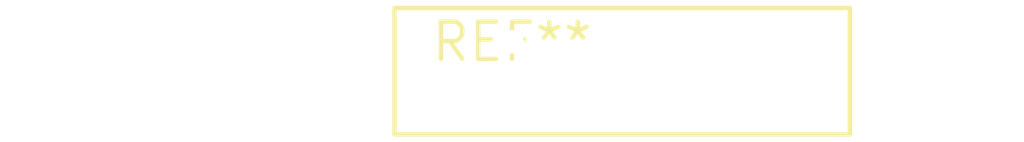
<source format=kicad_pcb>
(kicad_pcb (version 20240108) (generator pcbnew)
  (layers (0 "F.Cu" signal) (31 "B.Cu" signal) (34 "B.Paste" user) (35 "F.Paste" user) (36 "B.SilkS" user "B.Silkscreen") (37 "F.SilkS" user "F.Silkscreen") (38 "B.Mask" user) (39 "F.Mask" user) (44 "Edge.Cuts" user))
  (net 0 "")
  (footprint "RV_Disc_D15.5mm_W4.3mm_P7.5mm" (layer "F.Cu") (at 0 0)
    (property "Reference" "REF**")
    (property "Value" "RV_Disc_D15.5mm_W4.3mm_P7.5mm")
    (fp_line (start -4 -1.15) (end -4 3.15) (layer "F.SilkS") (stroke (width 0.15)))
    (fp_line (start -4 -1.15) (end 11.5 -1.15) (layer "F.SilkS") (stroke (width 0.15)))
    (fp_line (start -4 3.15) (end 11.5 3.15) (layer "F.SilkS") (stroke (width 0.15)))
    (fp_line (start 11.5 -1.15) (end 11.5 3.15) (layer "F.SilkS") (stroke (width 0.15)))
    (pad "1" thru_hole circle (at 0 0) (size 1.8 1.8) (drill 0.8) (layers *.Cu *.Mask) (remove_unused_layers))
    (pad "2" thru_hole circle (at 7.5 2) (size 1.8 1.8) (drill 0.8) (layers *.Cu *.Mask) (remove_unused_layers))
  )
)
</source>
